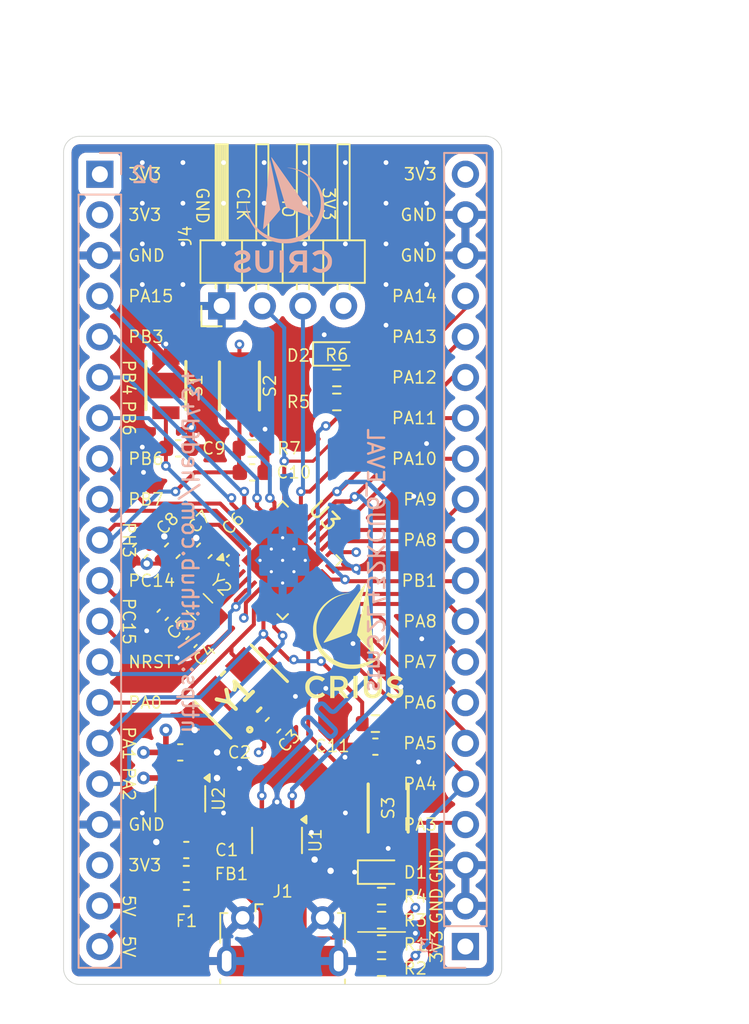
<source format=kicad_pcb>
(kicad_pcb (version 20240108) (generator "pcbnew") (generator_version "8.0")
  (layers (0 "F.Cu" signal) (1 "In1.Cu" power "GND") (2 "In2.Cu" power "3V3") (31 "B.Cu" signal) (34 "B.Paste" user) (35 "F.Paste" user) (36 "B.SilkS" user "B.Silkscreen") (37 "F.SilkS" user "F.Silkscreen") (38 "B.Mask" user) (39 "F.Mask" user) (44 "Edge.Cuts" user))
  (net 0 "")
  (net 1 "Net-(U2-VI)")
  (net 2 "Net-(F1-Pad2)")
  (net 3 "+5V_USB")
  (net 4 "/connectors_gpios_2_5_4/PH3(BOOT0)")
  (net 5 "GND")
  (net 6 "+3V3")
  (net 7 "/connectors_gpios_2_5_4/PA14")
  (net 8 "/connectors_gpios_2_5_4/PA13")
  (net 9 "/connectors_gpios_2_5_4/PA6")
  (net 10 "/connectors_gpios_2_5_4/PA10")
  (net 11 "/connectors_gpios_2_5_4/PA9")
  (net 12 "/connectors_gpios_2_5_4/PA15")
  (net 13 "/connectors_gpios_2_5_4/PA3")
  (net 14 "/connectors_gpios_2_5_4/PA0")
  (net 15 "/connectors_gpios_2_5_4/PA11")
  (net 16 "/connectors_gpios_2_5_4/PA4")
  (net 17 "/connectors_gpios_2_5_4/PA5")
  (net 18 "/connectors_gpios_2_5_4/PA2")
  (net 19 "/connectors_gpios_2_5_4/PA7")
  (net 20 "/connectors_gpios_2_5_4/PA12")
  (net 21 "/connectors_gpios_2_5_4/PA8")
  (net 22 "/connectors_gpios_2_5_4/PA1")
  (net 23 "/connectors_gpios_2_5_4/NRST")
  (net 24 "/connectors_gpios_2_5_4/PC14(OSC_IN)")
  (net 25 "/connectors_gpios_2_5_4/PB7")
  (net 26 "/connectors_gpios_2_5_4/PB4")
  (net 27 "/connectors_gpios_2_5_4/PB1")
  (net 28 "/connectors_gpios_2_5_4/PB6")
  (net 29 "/connectors_gpios_2_5_4/PB5")
  (net 30 "Net-(D1-A)")
  (net 31 "Net-(D2-A)")
  (net 32 "/power_usb/USB_M-")
  (net 33 "/power_usb/USB_M+")
  (net 34 "Net-(C11-Pad1)")
  (net 35 "/connectors_gpios_2_5_4/PC15(OSC_OUT)")
  (net 36 "/connectors_gpios_2_5_4/PB3")
  (net 37 "/connectors_gpios_2_5_4/PB0")
  (net 38 "Net-(J1-ID)")
  (net 39 "Net-(R3-Pad2)")
  (net 40 "Net-(R5-Pad2)")
  (footprint "Connector_USB:USB_Micro-B_Molex-105017-0001" (layer "F.Cu") (at 150 123.8)
    (property "Reference" "J1")
    (property "Value" "USB_B_Micro")
  )
  (footprint "custom_part_library_1:B3U1000PM_3D_MODEL" (layer "F.Cu") (at 147.3 89.1 90)
    (property "Reference" "S2")
    (property "Value" "B3U-1000PM" (hide yes))
  )
  (footprint "custom_part_library_1:B3U1000PM_3D_MODEL" (layer "F.Cu") (at 156.6 115.475 -90)
    (property "Reference" "S3")
    (property "Value" "B3U-1000PM" (hide yes))
  )
  (footprint "Capacitor_SMD:C_0603_1608Metric" (layer "F.Cu") (at 155.8 111.64 180)
    (property "Reference" "C11")
    (property "Value" "100nF")
  )
  (footprint "Capacitor_SMD:C_0603_1608Metric" (layer "F.Cu") (at 143.475 93)
    (property "Reference" "C9")
    (property "Value" "100nF")
  )
  (footprint "Capacitor_SMD:C_0603_1608Metric" (layer "F.Cu") (at 149.4 110.3 45)
    (property "Reference" "C3")
    (property "Value" "100nF")
  )
  (footprint "Resistor_SMD:R_0603_1608Metric" (layer "F.Cu") (at 148.1 93)
    (property "Reference" "R7")
    (property "Value" "10K")
  )
  (footprint "Capacitor_SMD:C_0603_1608Metric" (layer "F.Cu") (at 143.6 112)
    (property "Reference" "C2")
    (property "Value" "100nF")
  )
  (footprint "Capacitor_SMD:C_0603_1608Metric" (layer "F.Cu") (at 141.1 99.4 45)
    (property "Reference" "C8")
    (property "Value" "100nF")
  )
  (footprint "Resistor_SMD:R_0603_1608Metric" (layer "F.Cu") (at 156.1875 122.48125 180)
    (property "Reference" "R3")
    (property "Value" "0ohm")
  )
  (footprint "Inductor_SMD:L_0603_1608Metric" (layer "F.Cu") (at 143.975 119.6)
    (property "Reference" "FB1")
    (property "Value" "value")
  )
  (footprint "Package_DFN_QFN:QFN-32-1EP_5x5mm_P0.5mm_EP3.65x3.65mm_ThermalVias" (layer "F.Cu") (at 150 100 45)
    (property "Reference" "U3")
    (property "Value" "STM32L432KCUx")
  )
  (footprint "ASFL1_40MHZ_crystal:ASFL1" (layer "F.Cu") (at 147.4 108.2 45)
    (property "Reference" "Y1")
    (property "Value" "ASFL1-40.000MHZ-EC-T" (hide yes))
  )
  (footprint "Resistor_SMD:R_0603_1608Metric" (layer "F.Cu") (at 153.3875 90.1 180)
    (property "Reference" "R5")
    (property "Value" "0ohm")
  )
  (footprint "Resistor_SMD:R_0603_1608Metric" (layer "F.Cu") (at 156.1875 123.95)
    (property "Reference" "R1")
    (property "Value" "0ohm")
  )
  (footprint "Capacitor_SMD:C_0402_1005Metric" (layer "F.Cu") (at 144.3 105.1 -135)
    (property "Reference" "C4")
    (property "Value" "20pF")
  )
  (footprint "LED_SMD:LED_0603_1608Metric" (layer "F.Cu") (at 153.3875 87.1)
    (property "Reference" "D2")
    (property "Value" "LED")
  )
  (footprint "Capacitor_SMD:C_0402_1005Metric" (layer "F.Cu") (at 142.5 103.4 -135)
    (property "Reference" "C5")
    (property "Value" "20pF")
  )
  (footprint "Resistor_SMD:R_0603_1608Metric" (layer "F.Cu") (at 155.8 110.2)
    (property "Reference" "R8" (hide yes))
    (property "Value" "0ohm")
  )
  (footprint "Capacitor_SMD:C_0603_1608Metric" (layer "F.Cu") (at 143.975 118.1 180)
    (property "Reference" "C1")
    (property "Value" "100nF")
  )
  (footprint "Fuse:Fuse_0603_1608Metric" (layer "F.Cu") (at 143.9875 121.1 180)
    (property "Reference" "F1")
    (property "Value" "250mA")
  )
  (footprint "Resistor_SMD:R_0603_1608Metric" (layer "F.Cu") (at 156.1875 120.98125)
    (property "Reference" "R4")
    (property "Value" "1K")
  )
  (footprint "Connector_PinHeader_2.54mm:PinHeader_1x04_P2.54mm_Horizontal" (layer "F.Cu") (at 146.19 84.1 90)
    (property "Reference" "J4")
    (property "Value" "Conn_01x04_Pin")
  )
  (footprint "Resistor_SMD:R_0603_1608Metric" (layer "F.Cu") (at 153.3875 88.6)
    (property "Reference" "R6")
    (property "Value" "1K")
  )
  (footprint "Capacitor_SMD:C_0603_1608Metric" (layer "F.Cu") (at 143.1 99.4 45)
    (property "Reference" "C7")
    (property "Value" "1uF")
  )
  (footprint "custom_part_library_1:B3U1000PM_3D_MODEL" (layer "F.Cu") (at 142.7 89.075 90)
    (property "Reference" "S1")
    (property "Value" "B3U-1000PM" (hide yes))
  )
  (footprint "FC_135_CLOCK_KI_CAD:FC-135_32_7680KA-A3" (layer "F.Cu") (at 144.8 102.9 -45)
    (property "Reference" "Y2")
    (property "Value" "FC-135_32.7680KA-A3_12_5_pF" (hide yes))
  )
  (footprint "Capacitor_SMD:C_0603_1608Metric" (layer "F.Cu") (at 145.1 99.4 45)
    (property "Reference" "C6")
    (property "Value" "4.7uF")
  )
  (footprint "Package_TO_SOT_SMD:SOT-23-6" (layer "F.Cu") (at 149.65 117.5 -90)
    (property "Reference" "U1")
    (property "Value" "USBLC6-2SC6")
  )
  (footprint "demo:logo_1_4" (layer "F.Cu") (at 154.5 105)
    (property "Reference" "G***")
    (property "Value" "LOGO" (hide yes))
  )
  (footprint "Capacitor_SMD:C_0603_1608Metric" (layer "F.Cu") (at 148.1 94.5)
    (property "Reference" "C10")
    (property "Value" "100nF")
  )
  (footprint "Package_TO_SOT_SMD:SOT-23-3" (layer "F.Cu") (at 143.6 114.9 -90)
    (property "Reference" "U2")
    (property "Value" "XC6206PxxxMR")
  )
  (footprint "Resistor_SMD:R_0603_1608Metric" (layer "F.Cu") (at 156.1875 125.45)
    (property "Reference" "R2")
    (property "Value" "0ohm")
  )
  (footprint "LED_SMD:LED_0603_1608Metric" (layer "F.Cu") (at 156.1875 119.48125)
    (property "Reference" "D1")
    (property "Value" "LED")
  )
  (footprint "demo:logo_1_4" (layer "B.Cu") (at 150 78.41 180)
    (property "Reference" "G***")
    (property "Value" "LOGO" (hide yes))
  )
  (footprint "Connector_PinHeader_2.54mm:PinHeader_1x20_P2.54mm_Vertical" (layer "B.Cu") (at 138.57 75.87 180)
    (property "Reference" "J2")
    (property "Value" "Conn_01x20_Pin")
  )
  (footprint "Connector_PinHeader_2.54mm:PinHeader_1x20_P2.54mm_Vertical" (layer "B.Cu") (at 161.43 124.13)
    (property "Reference" "J3")
    (property "Value" "Conn_01x20_Pin")
  )
  (gr_line (start 154.7075 123.22) (end 157.6675 123.22) (stroke (width 0.1)) (layer "F.SilkS"))
  (gr_arc (start 136.3 74.5) (mid 136.592893 73.792893) (end 137.3 73.5) (stroke (width 0.05)) (layer "Edge.Cuts"))
  (gr_line (start 163.7 74.5) (end 163.7 125.5) (stroke (width 0.05)) (layer "Edge.Cuts"))
  (gr_arc (start 162.7 73.5) (mid 163.407107 73.792893) (end 163.7 74.5) (stroke (width 0.05)) (layer "Edge.Cuts"))
  (gr_arc (start 163.7 125.5) (mid 163.407107 126.207107) (end 162.7 126.5) (stroke (width 0.05)) (layer "Edge.Cuts"))
  (gr_arc (start 137.3 126.5) (mid 136.592893 126.207107) (end 136.3 125.5) (stroke (width 0.05)) (layer "Edge.Cuts"))
  (gr_line (start 162.7 126.5) (end 137.3 126.5) (stroke (width 0.05)) (layer "Edge.Cuts"))
  (gr_line (start 136.3 125.5) (end 136.3 74.5) (stroke (width 0.05)) (layer "Edge.Cuts"))
  (gr_line (start 137.3 73.5) (end 162.7 73.5) (stroke (width 0.05)) (layer "Edge.Cuts"))
  (gr_text "https://github.com/hedfd434" (at 144.2 99.5 -90) (layer "B.SilkS") (effects (font (size 1 1)) (justify mirror)))
  (gr_text "stm32L432KCU6_EVAL" (at 155.8 100 270) (layer "B.SilkS") (effects (font (size 1 1)) (justify mirror)))
  (gr_text "5V\n\n\n\n" (at 138.57 121.59 270) (layer "F.SilkS") (effects (font (size 0.75 0.75) (thickness 0.1))))
  (gr_text "   PA12   " (at 161.43 88.57 0) (layer "F.SilkS") (effects (font (size 0.75 0.75) (thickness 0.1)) (justify right)))
  (gr_text "   PA15\n" (at 138.57 83.49 0) (layer "F.SilkS") (effects (font (size 0.75 0.75) (thickness 0.1)) (justify left)))
  (gr_text "   GND   \n" (at 161.43 80.95 0) (layer "F.SilkS") (effects (font (size 0.75 0.75) (thickness 0.1)) (justify right)))
  (gr_text "PB4\n\n\n\n" (at 138.57 88.57 -90) (layer "F.SilkS") (effects (font (size 0.75 0.75) (thickness 0.1))))
  (gr_text "5V\n\n\n\n" (at 138.57 124.13 270) (layer "F.SilkS") (effects (font (size 0.75 0.75) (thickness 0.1))))
  (gr_text "\n\nDIO					" (at 151.5575 84.1 270) (layer "F.SilkS") (effects (font (size 0.75 0.75) (thickness 0.1))))
  (gr_text "PA2\n\n\n\n" (at 138.57 113.97 -90) (layer "F.SilkS") (effects (font (size 0.75 0.75) (thickness 0.1))))
  (gr_text "3V3\n\n\n\n" (at 161.43 124.13 90) (layer "F.SilkS") (effects (font (size 0.75 0.75) (thickness 0.1))))
  (gr_text "PH3\n\n\n\n" (at 138.57 98.73 -90) (layer "F.SilkS") (effects (font (size 0.75 0.75) (thickness 0.1))))
  (gr_text "   3V3" (at 138.57 78.41 0) (layer "F.SilkS") (effects (font (size 0.75 0.75) (thickness 0.1)) (justify left)))
  (gr_text "   PB1   \n" (at 161.43 101.27 0) (layer "F.SilkS") (effects (font (size 0.75 0.75) (thickness 0.1)) (justify right)))
  (gr_text "   3V3" (at 138.57 119.05 0) (layer "F.SilkS") (effects (font (size 0.75 0.75) (thickness 0.1)) (justify left)))
  (gr_text "   PA13   \n" (at 161.43 86.03 0) (layer "F.SilkS") (effects (font (size 0.75 0.75) (thickness 0.1)) (justify right)))
  (gr_text "   PA14   \n" (at 161.43 83.49 0) (layer "F.SilkS") (effects (font (size 0.75 0.75) (thickness 0.1)) (justify right)))
  (gr_text "\n\nCLK					" (at 148.73 84.1 270) (layer "F.SilkS") (effects (font (size 0.75 0.75) (thickness 0.1))))
  (gr_text "   PA7   \n" (at 161.43 106.35 0) (layer "F.SilkS") (effects (font (size 0.75 0.75) (thickness 0.1)) (justify right)))
  (gr_text "PA1\n\n\n\n" (at 138.57 111.43 -90) (layer "F.SilkS") (effects (font (size 0.75 0.75) (thickness 0.1))))
  (gr_text "   PA5   \n" (at 161.43 111.43 0) (layer "F.SilkS") (effects (font (size 0.75 0.75) (thickness 0.1)) (justify right)))
  (gr_text "\n\nGND					" (at 146.19 84.1 270) (layer "F.SilkS") (effects (font (size 0.75 0.75) (thickness 0.1))))
  (gr_text "   NRST\n" (at 138.57 106.35 0) (layer "F.SilkS") (effects (font (size 0.75 0.75) (thickness 0.1)) (justify left)))
  (gr_text "   GND   \n" (at 161.43 78.41 0) (layer "F.SilkS") (effects (font (size 0.75 0.75) (thickness 0.1)) (justify right)))
  (gr_text "   PA9   \n" (at 161.43 96.19 0) (layer "F.SilkS") (effects (font (size 0.75 0.75) (thickness 0.1)) (justify right)))
  (gr_text "GND\n\n\n\n" (at 161.43 119.05 90) (layer "F.SilkS") (effects (font (size 0.75 0.75) (thickness 0.1))))
  (gr_text "   PA10   \n" (at 161.43 93.65 0) (layer "F.SilkS") (effects (font (size 0.75 0.75) (thickness 0.1)) (justify right)))
  (gr_text "   PA8   \n" (at 161.43 98.73 0) (layer "F.SilkS") (effects (font (size 0.75 0.75) (thickness 0.1)) (justify right)))
  (gr_text "   PB6" (at 138.57 93.65 0) (layer "F.SilkS") (effects (font (size 0.75 0.75) (thickness 0.1)) (justify left)))
  (gr_text "   GND\n" (at 138.57 116.51 0) (layer "F.SilkS") (effects (font (size 0.75 0.75) (thickness 0.1)) (justify left)))
  (gr_text "PB6\n\n\n\n" (at 138.57 91.11 270) (layer "F.SilkS") (effects (font (size 0.75 0.75) (thickness 0.1))))
  (gr_text "   PC14\n" (at 138.57 101.27 0) (layer "F.SilkS") (effects (font (size 0.75 0.75) (thickness 0.1)) (justify left)))
  (gr_text "   PA4   \n" (at 161.43 113.97 0) (layer "F.SilkS") (effects (font (size 0.75 0.75) (thickness 0.1)) (justify right)))
  (gr_text "   PB7\n" (at 138.57 96.19 0) (layer "F.SilkS") (effects (font (size 0.75 0.75) (thickness 0.1)) (justify left)))
  (gr_text "   PA11   \n" (at 161.43 91.11 0) (layer "F.SilkS") (effects (font (size 0.75 0.75) (thickness 0.1)) (justify right)))
  (gr_text "   GND\n" (at 138.57 80.95 0) (layer "F.SilkS") (effects (font (size 0.75 0.75) (thickness 0.1)) (justify left)))
  (gr_text "   PA6   \n" (at 161.43 108.89 0) (layer "F.SilkS") (effects (font (size 0.75 0.75) (thickness 0.1)) (justify right)))
  (gr_text "   3V3" (at 138.57 75.87 0) (layer "F.SilkS") (effects (font (size 0.75 0.75) (thickness 0.1)) (justify left)))
  (gr_text "   3V3   " (at 161.43 75.87 0) (layer "F.SilkS") (effects (font (size 0.75 0.75) (thickness 0.1)) (justify right)))
  (gr_text "   PA0\n" (at 138.57 108.89 0) (layer "F.SilkS") (effects (font (size 0.75 0.75) (thickness 0.1)) (justify left)))
  (gr_text "   PB3" (at 138.57 86.03 0) (layer "F.SilkS") (effects (font (size 0.75 0.75) (thickness 0.1)) (justify left)))
  (gr_text "\n\n3V3					" (at 154.0875 84.1 270) (layer "F.SilkS") (effects (font (size 0.75 0.75) (thickness 0.1))))
  (gr_text "GND\n\n\n\n" (at 161.43 121.59 90) (layer "F.SilkS") (effects (font (size 0.75 0.75) (thickness 0.1))))
  (gr_text "   PA8   \n" (at 161.43 103.81 0) (layer "F.SilkS") (effects (font (size 0.75 0.75) (thickness 0.1)) (justify right)))
  (gr_text "PC15\n\n\n\n" (at 138.57 103.81 -90) (layer "F.SilkS") (effects (font (size 0.75 0.75) (thickness 0.1))))
  (gr_text "   PA3   \n" (at 161.43 116.51 0) (layer "F.SilkS") (effects (font (size 0.75 0.75) (thickness 0.1)) (justify right)))
  (segment (start 144.75 118.1) (end 143.6 116.95) (width 0.35) (layer "F.Cu") (net 1))
  (segment (start 144.7625 119.6) (end 144.7625 118.1125) (width 0.35) (layer "F.Cu") (net 1))
  (segment (start 143.6 116.95) (end 143.6 116.0375) (width 0.35) (layer "F.Cu") (net 1))
  (segment (start 143.2 121.1) (end 143.2 119.6125) (width 0.35) (layer "F.Cu") (net 2))
  (segment (start 148.128383 117.6) (end 149.3 117.6) (width 0.35) (layer "F.Cu") (net 3))
  (segment (start 147.1375 118.590883) (end 148.128383 117.6) (width 0.35) (layer "F.Cu") (net 3))
  (segment (start 146.3375 121.1) (end 144.775 121.1) (width 0.35) (layer "F.Cu") (net 3))
  (segment (start 142.75 122.75) (end 141.59 121.59) (width 0.35) (layer "F.Cu") (net 3))
  (segment (start 142.95 122.75) (end 142.75 122.75) (width 0.35) (layer "F.Cu") (net 3))
  (segment (start 148.7 122.3375) (end 148.7 121.8625) (width 0.35) (layer "F.Cu") (net 3))
  (segment (start 144.6 121.1) (end 144.775 121.1) (width 0.35) (layer "F.Cu") (net 3))
  (segment (start 138.57 124.13) (end 139.9 122.8) (width 0.35) (layer "F.Cu") (net 3))
  (segment (start 141.59 121.59) (end 138.57 121.59) (width 0.35) (layer "F.Cu") (net 3))
  (segment (start 139.9 122.8) (end 142.9 122.8) (width 0.35) (layer "F.Cu") (net 3))
  (segment (start 148.7 121.8625) (end 147.1375 120.3) (width 0.35) (layer "F.Cu") (net 3))
  (segment (start 149.65 117.95) (end 149.65 118.6375) (width 0.35) (layer "F.Cu") (net 3))
  (segment (start 147.1375 120.3) (end 146.3375 121.1) (width 0.35) (layer "F.Cu") (net 3))
  (segment (start 149.3 117.6) (end 149.65 117.95) (width 0.35) (layer "F.Cu") (net 3))
  (segment (start 147.1375 120.3) (end 147.1375 118.590883) (width 0.35) (layer "F.Cu") (net 3))
  (segment (start 142.9 122.8) (end 144.6 121.1) (width 0.35) (layer "F.Cu") (net 3))
  (segment (start 139.525 97.775) (end 138.57 98.73) (width 0.25) (layer "F.Cu") (net 4))
  (segment (start 147.25 94.45) (end 147.3 94.5) (width 0.25) (layer "F.Cu") (net 4))
  (segment (start 147.275 93) (end 147.275 94.45) (width 0.25) (layer "F.Cu") (net 4))
  (segment (start 147.3 90.800001) (end 147.3 92.975) (width 0.25) (layer "F.Cu") (net 4))
  (segment (start 147.366027 99.133794) (end 146.007233 97.775) (width 0.25) (layer "F.Cu") (net 4))
  (segment (start 143.3 95.7) (end 144.5 94.5) (width 0.25) (layer "F.Cu") (net 4))
  (segment (start 147.275 94.45) (end 147.325 94.5) (width 0.25) (layer "F.Cu") (net 4))
  (segment (start 146.007233 97.775) (end 139.525 97.775) (width 0.25) (layer "F.Cu") (net 4))
  (segment (start 147.3 92.975) (end 147.275 93) (width 0.25) (layer "F.Cu") (net 4))
  (segment (start 138.94 99.1) (end 138.57 98.73) (width 0.25) (layer "F.Cu") (net 4))
  (segment (start 144.5 94.5) (end 147.325 94.5) (width 0.25) (layer "F.Cu") (net 4))
  (segment (start 147.3 92.95) (end 147.25 93) (width 0.25) (layer "F.Cu") (net 4))
  (segment (start 147.225 94.45) (end 147.275 94.5) (width 0.25) (layer "F.Cu") (net 4))
  (via (at 143.3 95.7) (size 0.6) (drill 0.3) (layers "F.Cu" "B.Cu") (net 4))
  (segment (start 139.27 98.73) (end 138.57 98.73) (width 0.25) (layer "B.Cu") (net 4))
  (segment (start 142.3 95.7) (end 139.27 98.73) (width 0.25) (layer "B.Cu") (net 4))
  (segment (start 143.3 95.7) (end 142.3 95.7) (width 0.25) (layer "B.Cu") (net 4))
  (segment (start 148.875 93.05) (end 148.925 93) (width 0.25) (layer "F.Cu") (net 5))
  (segment (start 144.7125 113.6) (end 144.55 113.7625) (width 0.35) (layer "F.Cu") (net 5))
  (segment (start 151.3 121.6) (end 151.3 121.1) (width 0.35) (layer "F.Cu") (net 5))
  (segment (start 157.65 123.95) (end 158.3 123.3) (width 0.25) (layer "F.Cu") (net 5))
  (segment (start 143.296016 98.5) (end 143.648008 98.851992) (width 0.35) (layer "F.Cu") (net 5))
  (segment (start 142.6 98.5) (end 143.296016 98.5) (width 0.35) (layer "F.Cu") (net 5))
  (segment (start 151.8 117) (end 151.45 117.35) (width 0.25) (layer "F.Cu") (net 5))
  (segment (start 157.0125 123.95) (end 157.65 123.95) (width 0.25) (layer "F.Cu") (net 5))
  (segment (start 145.9 113.6) (end 144.7125 113.6) (width 0.35) (layer "F.Cu") (net 5))
  (segment (start 149.975001 117.35) (end 149.65 117.024999) (width 0.25) (layer "F.Cu") (net 5))
  (segment (start 144.375 112) (end 145.9 112) (width 0.35) (layer "F.Cu") (net 5))
  (segment (start 142.7 87.374999) (end 142.7 86.474999) (width 0.25) (layer "F.Cu") (net 5))
  (segment (start 144.5 111.875) (end 144.375 112) (width 0.35) (layer "F.Cu") (net 5))
  (segment (start 151.3 121.1) (end 153 119.4) (width 0.35) (layer "F.Cu") (net 5))
  (segment (start 144.5 110.6) (end 144.5 111.875) (width 0.35) (layer "F.Cu") (net 5))
  (segment (start 148.925 91.825) (end 148.925 93) (width 0.25) (layer "F.Cu") (net 5))
  (segment (start 148.9 91.8) (end 148.925 91.825) (width 0.25) (layer "F.Cu") (net 5))
  (segment (start 149.075843 108.079792) (end 149.948008 108.951957) (width 0.25) (layer "F.Cu") (net 5))
  (segment (start 143.4 106.1) (end 143.4 106) (width 0.2) (layer "F.Cu") (net 5))
  (segment (start 142.6 98.5) (end 142 98.5) (width 0.35) (layer "F.Cu") (net 5))
  (segment (start 142.1 117.6) (end 142.6 118.1) (width 0.35) (layer "F.Cu") (net 5))
  (segment (start 144.5 113.7125) (end 144.55 113.7625) (width 0.35) (layer "F.Cu") (net 5))
  (segment (start 152 119.5) (end 151.3 120.2) (width 0.35) (layer "F.Cu") (net 5))
  (segment (start 156.6 117.175) (end 156.6 118) (width 0.2) (layer "F.Cu") (net 5))
  (segment (start 142 98.5) (end 141.648008 98.851992) (width 0.35) (layer "F.Cu") (net 5))
  (segment (start 144.3 92.95) (end 144.25 93) (width 0.25) (layer "F.Cu") (net 5))
  (segment (start 146.377118 98.851992) (end 147.012474 99.487348) (width 0.25) (layer "F.Cu") (net 5))
  (segment (start 149.65 117.024999) (end 149.65 116.3625) (width 0.25) (layer "F.Cu") (net 5))
  (segment (start 144.6 98.6) (end 143.9 98.6) (width 0.35) (layer "F.Cu") (net 5))
  (segment (start 149.948008 108.951957) (end 149.948008 109.751992) (width 0.25) (layer "F.Cu") (net 5))
  (segment (start 146.925126 99.4) (end 147.012474 99.487348) (width 0.2) (layer "F.Cu") (net 5))
  (segment (start 145.396016 98.6) (end 145.648008 98.851992) (width 0.35) (layer "F.Cu") (net 5))
  (segment (start 155.025 111.64) (end 154.56 111.64) (width 0.25) (layer "F.Cu") (net 5))
  (segment (start 152 118.5) (end 152 118.7) (width 0.25) (layer "F.Cu") (net 5))
  (segment (start 142.6 118.1) (end 143.2 118.1) (width 0.35) (layer "F.Cu") (net 5))
  (segment (start 151.3 120.2) (end 151.3 121.6) (width 0.35) (layer "F.Cu") (net 5))
  (segment (start 152.6 87.1) (end 152.6 85.9) (width 0.25) (layer "F.Cu") (net 5))
  (segment (start 144.55 113.7625) (end 144.55 112.175) (width 0.35) (layer "F.Cu") (net 5))
  (segment (start 154.6 100.512652) (end 152.987526 100.512652) (width 0.25) (layer "F.Cu") (net 5))
  (segment (start 151.45 117.35) (end 149.975001 117.35) (width 0.25) (layer "F.Cu") (net 5))
  (segment (start 143.9 98.6) (end 143.648008 98.851992) (width 0.35) (layer "F.Cu") (net 5))
  (segment (start 148.875 94.5) (end 148.875 93.05) (width 0.25) (layer "F.Cu") (net 5))
  (segment (start 151.3 121.6) (end 151.3 122.3375) (width 0.35) (layer "F.Cu") (net 5))
  (segment (start 143.4 106) (end 143.960589 105.439411) (width 0.2) (layer "F.Cu") (net 5))
  (segment (start 149.65 115.1) (end 149.65 116.3625) (width 0.25) (layer "F.Cu") (net 5))
  (segment (start 145.648008 98.851992) (end 146.377118 98.851992) (width 0.25) (layer "F.Cu") (net 5))
  (segment (start 154.56 111.64) (end 153.9 112.3) (width 0.25) (layer "F.Cu") (net 5))
  (segment (start 152 118.7) (end 152 119.5) (width 0.35) (layer "F.Cu") (net 5))
  (segment (start 157.2125 123.75) (end 157.0125 123.95) (width 0.2) (layer "F.Cu") (net 5))
  (segment (start 149.65 116.3625) (end 149.65 116.750908) (width 0.25) (layer "F.Cu") (net 5))
  (segment (start 144.3 91.7) (end 144.3 92.95) (width 0.25) (layer "F.Cu") (net 5))
  (segment (start 149.948008 109.751992) (end 149.948008 109.351992) (width 0.2) (layer "F.Cu") (net 5))
  (segment (start 141.5 104.4) (end 142.160589 103.739411) (width 0.2) (layer "F.Cu") (net 5))
  (segment (start 144.6 98.6) (end 145.396016 98.6) (width 0.35) (layer "F.Cu") (net 5))
  (segment (start 144.55 112.175) (end 144.375 112) (width 0.35) (layer "F.Cu") (net 5))
  (segment (start 149.948008 109.351992) (end 150.8 108.5) (width 0.25) (layer "F.Cu") (net 5))
  (via (at 153 119.4) (size 0.8) (drill 0.4) (layers "F.Cu" "B.Cu") (net 5))
  (via (at 149.65 115.1) (size 0.6) (drill 0.3) (layers "F.Cu" "B.Cu") (net 5))
  (via (at 146.304563 75.14175) (size 0.6) (drill 0.3) (layers "F.Cu" "B.Cu") (net 5))
  (via (at 150.8 108.5) (size 0.6) (drill 0.3) (layers "F.Cu" "B.Cu") (net 5))
  (via (at 159.004563 80.22175) (size 0.6) (drill 0.3) (layers "F.Cu" "B.Cu") (net 5))
  (via (at 148.844563 80.22175) (size 0.6) (drill 0.3) (layers "F.Cu" "B.Cu") (net 5))
  (via (at 153.9 112.3) (size 0.6) (drill 0.3) (layers "F.Cu" "B.Cu") (net 5))
  (via (at 156.464563 75.14175) (size 0.6) (drill 0.3) (layers "F.Cu" "B.Cu") (net 5))
  (via (at 145.9 112) (size 0.8) (drill 0.4) (layers "F.Cu" "B.Cu") (net 5))
  (via (at 146.304563 115.78175) (size 0.6) (drill 0.3) (layers "F.Cu" "B.Cu") (net 5))
  (via (at 141.224563 75.14175) (size 0.6) (drill 0.3) (layers "F.Cu" "B.Cu") (net 5))
  (via (at 156.6 118) (size 0.6) (drill 0.3) (layers "F.Cu" "B.Cu") (net 5))
  (via (at 143.764563 75.14175) (size 0.6) (drill 0.3) (layers "F.Cu" "B.Cu") (net 5))
  (via (at 153.924563 75.14175) (size 0.6) (drill 0.3) (layers "F.Cu" "B.Cu") (net 5))
  (via (at 141.224563 80.22175) (size 0.6) (drill 0.3) (layers "F.Cu" "B.Cu") (net 5))
  (via (at 151.384563 75.14175) (size 0.6) (drill 0.3) (layers "F.Cu" "B.Cu") (net 5))
  (via (at 154.5 119.48125) (size 0.6) (drill 0.3) (layers "F.Cu" "B.Cu") (net 5))
  (via (at 148.844563 77.68175) (size 0.6) (drill 0.3) (layers "F.Cu" "B.Cu") (net 5))
  (via (at 143.764563 77.68175) (size 0.6) (drill 0.3) (layers "F.Cu" "B.Cu") (net 5))
  (via (at 156.464563 77.68175) (size 0.6) (drill 0.3) (layers "F.Cu" "B.Cu") (net 5))
  (via (at 143.4 106.1) (size 0.6) (drill 0.3) (layers "F.Cu" "B.Cu") (net 5))
  (via (at 159.004563 75.14175) (size 0.6) (drill 0.3) (layers "F.Cu" "B.Cu") (net 5))
  (via (at 156.464563 82.76175) (size 0.6) (drill 0.3) (layers "F.Cu" "B.Cu") (net 5))
  (via (at 159.004563 77.68175) (size 0.6) (drill 0.3) (layers "F.Cu" "B.Cu") (net 5))
  (via (at 144.6 98.6) (size 0.8) (drill 0.4) (layers "F.Cu" "B.Cu") (net 5))
  (via (at 152 118.7) (size 0.8) (drill 0.4) (layers "F.Cu" "B.Cu") (net 5))
  (via (at 146.304563 80.22175) (size 0.6) (drill 0.3) (layers "F.Cu" "B.Cu") (net 5))
  (via (at 141.224563 115.78175) (size 0.6) (drill 0.3) (layers "F.Cu" "B.Cu") (net 5))
  (via (at 154.4 105.2) (size 0.6) (drill 0.3) (layers "F.Cu" "B.Cu") (net 5))
  (via (at 144.3 91.7) (size 0.6) (drill 0.3) (layers "F.Cu" "B.Cu") (net 5))
  (via (at 158.5 112.6) (size 0.6) (drill 0.3) (layers "F.Cu" "B.Cu") (net 5))
  (via (at 158.7 104.9) (size 0.6) (drill 0.3) (layers "F.Cu" "B.Cu") (net 5))
  (via (at 141.224563 77.68175) (size 0.6) (drill 0.3) (layers "F.Cu" "B.Cu") (net 5))
  (via (at 143.764563 80.22175) (size 0.6) (drill 0.3) (layers "F.Cu" "B.Cu") (net 5))
  (via (at 142.7 86.474999) (size 0.6) (drill 0.3) (layers "F.Cu" "B.Cu") (net 5))
  (via (at 154.6 100.512652) (size 0.6) (drill 0.3) (layers "F.Cu" "B.Cu") (net 5))
  (via (at 153.924563 80.22175) (size 0.6) (drill 0.3) (layers "F.Cu" "B.Cu") (net 5))
  (via (at 143.764563 82.76175) (size 0.6) (drill 0.3) (layers "F.Cu" "B.Cu") (net 5))
  (via (at 144.5 110.6) (size 0.8) (drill 0.4) (layers "F.Cu" "B.Cu") (net 5))
  (via (at 148.844563 75.14175) (size 0.6) (drill 0.3) (layers "F.Cu" "B.Cu") (net 5))
  (via (at 146.304563 77.68175) (size 0.6) (drill 0.3) (layers "F.Cu" "B.Cu") (net 5))
  (via (at 157.4 107.9) (size 0.6) (drill 0.3) (layers "F.Cu" "B.Cu") (net 5))
  (via (at 159.004563 82.76175) (size 0.6) (drill 0.3) (layers "F.Cu" "B.Cu") (net 5))
  (via (at 141.224563 92.92175) (size 0.6) (drill 0.3) (layers "F.Cu" "B.Cu") (net 5))
  (via (at 151.384563 77.68175) (size 0.6) (drill 0.3) (layers "F.Cu" "B.Cu") (net 5))
  (via (at 156.464563 80.22175) (size 0.6) (drill 0.3) (layers "F.Cu" "B.Cu") (net 5))
  (via (at 158.2 96) (size 0.6) (drill 0.3) (layers "F.Cu" "B.Cu") (net 5))
  (via (at 151.384563 80.22175) (size 0.6) (drill 0.3) (layers "F.Cu" "B.Cu") (net 5))
  (via (at 151.8 117) (size 0.6) (drill 0.3) (layers "F.Cu" "B.Cu") (net 5))
  (via (at 152.6 85.9) (size 0.6) (drill 0.3) (layers "F.Cu" "B.Cu") (net 5))
  (via (at 152.7 108) (size 0.6) (drill 0.3) (layers "F.Cu" "B.Cu") (net 5))
  (via (at 142.1 117.6) (size 0.8) (drill 0.4) (layers "F.Cu" "B.Cu") (net 5))
  (via (at 141.224563 82.76175) (size 0.6) (drill 0.3) (layers "F.Cu" "B.Cu") (net 5))
  (via (at 159 92.7) (size 0.6) (drill 0.3) (layers "F.Cu" "B.Cu") (net 5))
  (via (at 153.924563 115.78175) (size 0.6) (drill 0.3) (layers "F.Cu" "B.Cu") (net 5))
  (via (at 147.3 113) (size 0.6) (drill 0.3) (layers "F.Cu" "B.Cu") (net 5))
  (via (at 158.3 123.3) (size 0.6) (drill 0.3) (layers "F.Cu" "B.Cu") (net 5))
  (via (at 153.924563 77.68175) (size 0.6) (drill 0.3) (layers "F.Cu" "B.Cu") (net 5))
  (via (at 156.464563 85.30175) (size 0.6) (drill 0.3) (layers "F.Cu" "B.Cu") (net 5))
  (via (at 145.9 113.6) (size 0.8) (drill 0.4) (layers "F.Cu" "B.Cu") (net 5))
  (via (at 142.6 98.5) (size 0.8) (drill 0.4) (layers "F.Cu" "B.Cu") (net 5))
  (via (at 141.5 104.4) (size 0.6) (drill 0.3) (layers "F.Cu" "B.Cu") (net 5))
  (via (at 141.3 94.5) (size 0.6) (drill 0.3) (layers "F.Cu" "B.Cu") (net 5))
  (via (at 148.9 91.8) (size 0.6) (drill 0.3) (layers "F.Cu" "B.Cu") (net 5))
  (segment (start 147.7 103.475) (end 147.7 102.653553) (width 0.25) (layer "F.Cu") (net 6))
  (segment (start 144.551992 99.948008) (end 142.551992 99.948008) (width 0.25) (layer "F.Cu") (net 6))
  (segment (start 157.51875 122.48125) (end 157.0125 122.48125) (width 0.25) (layer "F.Cu") (net 6))
  (segment (start 142.4875 113.6) (end 142.65 113.7625) (width 0.35) (layer "F.Cu") (net 6))
  (segment (start 141.5 100.2) (end 140.803984 100.2) (width 0.25) (layer "F.Cu") (net 6))
  (segment (start 147.3 87.399999) (end 147.3 86.5) (width 0.25) (layer "F.Cu") (net 6))
  (segment (start 141.3 113.6) (end 142.4875 113.6) (width 0.35) (layer "F.Cu") (net 6))
  (segment (start 158.3 121.7) (end 157.51875 122.48125) (width 0.25) (layer "F.Cu") (net 6))
  (segment (start 142.825 112) (end 141.3 112) (width 0.35) (layer "F.Cu") (net 6))
  (segment (start 154.6 99.487348) (end 152.987526 99.487348) (width 0.25) (layer "F.Cu") (net 6))
  (segment (start 147.879827 109.875843) (end 148.851992 110.848008) (width 0.25) (layer "F.Cu") (net 6))
  (segment (start 144.551992 99.948008) (end 146.44783 99.948008) (width 0.25) (layer "F.Cu") (net 6))
  (segment (start 147.279792 109.875843) (end 147.879827 109.875843) (width 0.2) (layer "F.Cu") (net 6))
  (segment (start 142.3 100.2) (end 142.551992 99.948008) (width 0.25) (layer "F.Cu") (net 6))
  (segment (start 147.575 103.6) (end 147.7 103.475) (width 0.25) (layer "F.Cu") (net 6))
  (segment (start 142.65 113.7625) (end 142.65 112.175) (width 0.35) (layer "F.Cu") (net 6))
  (segment (start 141.5 100.2) (end 142.3 100.2) (width 0.25) (layer "F.Cu") (net 6))
  (segment (start 140.803984 100.2) (end 140.551992 99.948008) (width 0.25) (layer "F.Cu") (net 6))
  (segment (start 148.851992 110.848008) (end 148.851992 111.648008) (width 0.25) (layer "F.Cu") (net 6))
  (segment (start 142.7 111.875) (end 142.825 112) (width 0.35) (layer "F.Cu") (net 6))
  (segment (start 142.65 112.175) (end 142.825 112) (width 0.35) (layer "F.Cu") (net 6))
  (segment (start 142.7 113.7125) (end 142.65 113.7625) (width 0.35) (layer "F.Cu") (net 6))
  (segment (start 142.7 110.6) (end 142.7 111.875) (width 0.35) (layer "F.Cu") (net 6))
  (segment (start 146.44783 99.948008) (end 147.012474 100.512652) (width 0.25) (layer "F.Cu") (net 6))
  (segment (start 145.724157 108.320208) (end 147.279792 109.875843) (width 0.25) (layer "F.Cu") (net 6))
  (segment (start 147.7 102.653553) (end 148.426687 101.926866) (width 0.25) (layer "F.Cu") (net 6))
  (segment (start 148.851992 111.648008) (end 148.5 112) (width 0.25) (layer "F.Cu") (net 6))
  (via (at 141.3 112) (size 0.8) (drill 0.4) (layers "F.Cu" "B.Cu") (net 6))
  (via (at 141.5 100.2) (size 0.8) (drill 0.4) (layers "F.Cu" "B.Cu") (net 6))
  (via (at 148.5 112) (size 0.6) (drill 0.3) (layers "F.Cu" "B.Cu") (net 6))
  (via (at 142.7 110.6) (size 0.8) (drill 0.4) (layers "F.Cu" "B.Cu") (net 6))
  (via (at 147.575 103.6) (size 0.6) (drill 0.3) (layers "F.Cu" "B.Cu") (net 6))
  (via (at 154.6 99.487348) (size 0.6) (drill 0.3) (layers "F.Cu" "B.Cu") (net 6))
  (via (at 141.3 113.6) (size 0.8) (drill 0.4) (layers "F.Cu" "B.Cu") (net 6))
  (via (at 158.3 121.7) (size 0.6) (drill 0.3) (layers "F.Cu" "B.Cu") (net 6))
  (via (at 147.3 86.5) (size 0.6) (drill 0.3) (layers "F.Cu" "B.Cu") (net 6))
  (segment (start 152.6 93.1) (end 151.9 93.8) (width 0.2) (layer "F.Cu") (net 7))
  (segment (start 150.1 93.8) (end 150.1 96.599822) (width 0.25) (layer "F.Cu") (net 7))
  (segment (start 151.9 93.8) (end 150.1 93.8) (width 0.2) (layer "F.Cu") (net 7))
  (segment (start 150.1 96.599822) (end 150.512652 97.012474) (width 0.25) (layer "F.Cu") (net 7))
  (segment (start 161.43 84.27) (end 161.43 83.49) (width 0.2) (layer "F.Cu") (net 7))
  (segment (start 152.6 93.1) (end 161.43 84.27) (width 0.2) (layer "F.Cu") (net 7))
  (via (at 150.1 93.8) (size 0.6) (drill 0.3) (layers "F.Cu" "B.Cu") (net 7))
  (segment (start 150.1 85.47) (end 148.73 84.1) (width 0.25) (layer "B.Cu") (net 7))
  (segment (start 150.1 93.8) (end 150.1 85.47) (width 0.25) (layer "B.Cu") (net 7))
  (segment (start 160.89 82.95) (end 161.43 83.49) (width 0.2) (layer "B.Cu") (net 7))
  (segment (start 150.866206 97.366027) (end 151.141542 97.090691) (width 0.25) (layer "F.Cu") (net 8))
  (segment (start 151.7 95.7) (end 161.37 86.03) (width 0.25) (layer "F.Cu") (net 8))
  (segment (start 151.141542 84.572582) (end 150.96948 84.40052) (width 0.2) (layer "F.Cu") (net 8))
  (segment (start 151.6 84.43) (end 151.27 84.1) (width 0.25) (layer "F.Cu") (net 8))
  (segment (start 151.141542 84.228458) (end 151.27 84.1) (width 0.2) (layer "F.Cu") (net 8))
  (segment (start 151.141542 95.7) (end 151.7 95.7) (width 0.25) (layer "F.Cu") (net 8))
  (segment (start 151.141542 97.090691) (end 151.141542 95.7) (width 0.25) (layer "F.Cu") (net 8))
  (segment (start 161.37 86.03) (end 161.43 86.03) (width 0.2) (layer "F.Cu") (net 8))
  (via (at 151.141542 95.7) (size 0.6) (drill 0.3) (layers "F.Cu" "B.Cu") (net 8))
  (segment (start 151.27 84.1) (end 151.27 95.571542) (width 0.25) (layer "B.Cu") (net 8))
  (segment (start 151.27 95.571542) (end 151.141542 95.7) (width 0.2) (layer "B.Cu") (net 8))
  (segment (start 156.04 103.5) (end 161.43 108.89) (width 0.25) (layer "F.Cu") (net 9))
  (segment (start 153.6 103.5) (end 153.146447 103.5) (width 0.25) (layer "F.Cu") (net 9))
  (segment (start 153.6 103.5) (end 156.04 103.5) (width 0.25) (layer "F.Cu") (net 9))
  (segment (start 153.146447 103.5) (end 151.573313 101.926866) (width 0.25) (layer "F.Cu") (net 9))
  (segment (start 152.903553 97.45) (end 154.166116 97.45) (width 0.25) (layer "F.Cu") (net 10))
  (segment (start 151.926866 98.426687) (end 152.903553 97.45) (width 0.25) (layer "F.Cu") (net 10))
  (segment (start 157.966116 93.65) (end 161.43 93.65) (width 0.25) (layer "F.Cu") (net 10))
  (segment (start 154.166116 97.45) (end 157.966116 93.65) (width 0.25) (layer "F.Cu") (net 10))
  (segment (start 159.52 98.1) (end 152.96066 98.1) (width 0.25) (layer "F.Cu") (net 11))
  (segment (start 161.43 96.19) (end 159.52 98.1) (width 0.25) (layer "F.Cu") (net 11))
  (segment (start 152.96066 98.1) (end 152.280419 98.780241) (width 0.25) (layer "F.Cu") (net 11))
  (segment (start 149.487348 96.387348) (end 149.2 96.1) (width 0.25) (layer "F.Cu") (net 12))
  (segment (start 149.487348 97.012474) (end 149.487348 96.387348) (width 0.25) (layer "F.Cu") (net 12))
  (segment (start 149.487348 97.012474) (end 149.4 96.925126) (width 0.25) (layer "F.Cu") (net 12))
  (via (at 149.2 96.1) (size 0.6) (drill 0.3) (layers "F.Cu" "B.Cu") (net 12))
  (segment (start 149.2 96.1) (end 149.2 94.12) (width 0.25) (layer "B.Cu") (net 12))
  (segment (start 149.2 94.12) (end 138.57 83.49) (width 0.25) (layer "B.Cu") (net 12))
  (segment (start 157.116116 116.4) (end 151.6 110.883884) (width 0.25) (layer "F.Cu") (net 13))
  (segment (start 161.32 116.4) (end 157.116116 116.4) (width 0.25) (layer "F.Cu") (net 13))
  (segment (start 151.6 110.883884) (end 151.6 104.616116) (width 0.25) (layer "F.Cu") (net 13))
  (segment (start 161.43 116.51) (end 161.32 116.4) (width 0.25) (layer "F.Cu") (net 13))
  (segment (start 150.512652 103.528768) (end 150.512652 102.987526) (width 0.25) (layer "F.Cu") (net 13))
  (segment (start 151.6 104.616116) (end 150.512652 103.528768) (width 0.25) (layer "F.Cu") (net 13))
  (segment (start 148.2 104.008884) (end 147.004442 105.204442) (width 0.25) (layer "F.Cu") (net 14))
  (segment (start 146.8 105.408884) (end 146.8 105.803949) (width 0.25) (layer "F.Cu") (net 14))
  (segment (start 143.318884 108.89) (end 138.57 108.89) (width 0.25) (layer "F.Cu") (net 14))
  (segment (start 148.2 102.86066) (end 148.2 104.008884) (width 0.25) (layer "F.Cu") (net 14))
  (segment (start 147.004442 105.204442) (end 146.8 105.408884) (width 0.25) (layer "F.Cu") (net 14))
  (segment (start 148.780241 102.280419) (end 148.2 102.86066) (width 0.25) (layer "F.Cu") (net 14))
  (segment (start 146.8 105.803949) (end 147.520208 106.524157) (width 0.25) (layer "F.Cu") (net 14))
  (segment (start 147.004442 105.204442) (end 143.318884 108.89) (width 0.25) (layer "F.Cu") (net 14))
  (segment (start 159.39 91.11) (end 161.43 91.11) (width 0.25) (layer "F.Cu") (net 15))
  (segment (start 154.5 96.025) (end 154.5 96) (width 0.25) (layer "F.Cu") (net 15))
  (segment (start 154.2 96.325) (end 153.321447 96.325) (width 0.28) (layer "F.Cu") (net 15))
  (segment (start 154.5 96.025) (end 154.2 96.325) (width 0.28) (layer "F.Cu") (net 15))
  (segment (start 153.321447 96.325) (end 151.573313 98.073134) (width 0.28) (layer "F.Cu") (net 15))
  (segment (start 148.7 114.7) (end 148.700001 114.700001) (width 0.25) (layer "F.Cu") (net 15))
  (segment (start 154.5 96) (end 159.39 91.11) (width 0.25) (layer "F.Cu") (net 15))
  (segment (start 148.700001 116.3625) (end 148.700001 114.700001) (width 0.28) (layer "F.Cu") (net 15))
  (via (at 154.5 96.025) (size 0.6) (drill 0.3) (layers "F.Cu" "B.Cu") (net 15))
  (via (at 148.700001 114.700001) (size 0.6) (drill 0.3) (layers "F.Cu" "B.Cu") (net 15))
  (segment (start 153.396759 109.303242) (end 153.744598 108.955402) (width 0.28) (layer "B.Cu") (net 15))
  (segment (start 152.180535 109.105252) (end 152.265387 109.020401) (width 0.28) (layer "B.Cu") (net 15))
  (segment (start 154.85 96) (end 154.525 96) (width 0.28) (layer "B.Cu") (net 15))
  (segment (start 153.311907 109.388096) (end 153.396759 109.303242) (width 0.28) (layer "B.Cu") (net 15))
  (segment (start 155.5 107.2) (end 155.5 96.65) (width 0.28) (layer "B.Cu") (net 15))
  (segment (start 152.123967 110.236626) (end 152.293673 110.406332) (width 0.28) (layer "B.Cu") (net 15))
  (segment (start 151.332005 109.953783) (end 151.416859 109.86893) (width 0.28) (layer "B.Cu") (net 15))
  (segment (start 152.604799 109.020401) (end 152.972495 109.388097) (width 0.28) (layer "B.Cu") (net 15))
  (segment (start 153.170483 110.94373) (end 153.255335 110.858877) (width 0.28) (layer "B.Cu") (net 15))
  (segment (start 154.5 96.025) (end 154.525 96) (width 0.25) (layer "B.Cu") (net 15))
  (segment (start 153.255335 110.519465) (end 152.717933 109.982063) (width 0.28) (layer "B.Cu") (net 15))
  (segment (start 148.700001 113.999999) (end 151.6997 111.0003) (width 0.28) (layer "B.Cu") (net 15))
  (segment (start 152.293673 110.406332) (end 152.293671 110.406329) (width 0.28) (layer "B.Cu") (net 15))
  (segment (start 152.54823 109.81236) (end 152.180534 109.444664) (width 0.28) (layer "B.Cu") (net 15))
  (segment (start 151.756271 109.86893) (end 152.123967 110.236626) (width 0.28) (layer "B.Cu") (net 15))
  (segment (start 155.5 96.65) (end 154.85 96) (width 0.28) (layer "B.Cu") (net 15))
  (segment (start 152.717933 109.982063) (end 152.717935 109.982065) (width 0.28) (layer "B.Cu") (net 15))
  (segment (start 148.700001 114.700001) (end 148.700001 113.999999) (width 0.28) (layer "B.Cu") (net 15))
  (segment (start 152.717935 109.982065) (end 152.54823 109.81236) (width 0.28) (layer "B.Cu") (net 15))
  (segment (start 153.744598 108.955402) (end 155.5 107.2) (width 0.28) (layer "B.Cu") (net 15))
  (segment (start 152.293671 110.406329) (end 152.831072 110.94373) (width 0.28) (layer "B.Cu") (net 15))
  (segment (start 151.699701 110.660888) (end 151.332006 110.293193) (width 0.28) (layer "B.Cu") (net 15))
  (arc (start 151.416859 109.86893) (mid 151.586564 109.798636) (end 151.756271 109.86893) (width 0.28) (layer "B.Cu") (net 15))
  (arc (start 152.972495 109.388097) (mid 153.1422 109.458392) (end 153.311907 109.388096) (width 0.28) (layer "B.Cu") (net 15))
  (arc (start 151.332006 110.293193) (mid 151.261712 110.123487) (end 151.332005 109.953783) (width 0.28) (layer "B.Cu") (net 15))
  (arc (start 151.6997 111.0003) (mid 151.769995 110.830594) (end 151.699701 110.660888) (width 0.28) (layer "B.Cu") (net 15))
  (arc (start 153.255335 110.858877) (mid 153.32563 110.689171) (end 153.255335 110.519465) (width 0.28) (layer "B.Cu") (net 15))
  (arc (start 152.265387 109.020401) (mid 152.435094 108.950105) (end 152.604799 109.020401) (width 0.28) (layer "B.Cu") (net 15))
  (arc (start 152.831072 110.94373) (mid 153.000778 111.014024) (end 153.170483 110.94373) (width 0.28) (layer "B.Cu") (net 15))
  (arc (start 152.180534 109.444664) (mid 152.11024 109.274958) (end 152.180535 109.105252) (width 0.28) (layer "B.Cu") (net 15))
  (segment (start 157.0125 125.45) (end 156.8625 125.45) (width 0.2) (layer "F.Cu") (net 16))
  (segment (start 151.166542 103.150426) (end 151.166542 102.934309) (width 0.25) (layer "F.Cu") (net 16))
  (segment (start 157.55 125.45) (end 158.3 124.7) (width 0.25) (layer "F.Cu") (net 16))
  (segment (start 151.166542 102.934309) (end 150.866206 102.633973) (width 0.25) (layer "F.Cu") (net 16))
  (segment (start 157.0125 125.45) (end 157.55 125.45) (width 0.25) (layer "F.Cu") (net 16))
  (segment (start 151.758058 103.741942) (end 151.166542 103.150426) (width 0.25) (layer "F.Cu") (net 16))
  (segment (start 161.43 113.413884) (end 161.43 113.97) (width 0.25) (layer "F.Cu") (net 16))
  (segment (start 151.758058 103.741942) (end 161.43 113.413884) (width 0.25) (layer "F.Cu") (net 16))
  (via (at 158.3 124.7) (size 0.6) (drill 0.3) (layers "F.Cu" "B.Cu") (net 16))
  (segment (start 159.1 123.9) (end 159.1 116.3) (width 0.25) (layer "B.Cu") (net 16))
  (segment (start 159.1 116.3) (end 161.43 113.97) (width 0.25) (layer "B.Cu") (net 16))
  (segment (start 158.3 124.7) (end 159.1 123.9) (width 0.25) (layer "B.Cu") (net 16))
  (segment (start 151.219759 102.280419) (end 153.13934 104.2) (width 0.25) (layer "F.Cu") (net 17))
  (segment (start 153.13934 104.2) (end 154.9 104.2) (width 0.25) (layer "F.Cu") (net 17))
  (segment (start 154.9 104.2) (end 161.43 110.73) (width 0.25) (layer "F.Cu") (net 17))
  (segment (start 161.43 110.73) (end 161.43 111.43) (width 0.25) (layer "F.Cu") (net 17))
  (segment (start 161.06 111.8) (end 161.43 111.43) (width 0.25) (layer "B.Cu") (net 17))
  (segment (start 149.475 102.999874) (end 149.487348 102.987526) (width 0.25) (layer "F.Cu") (net 18))
  (segment (start 150 104.7) (end 149.475 104.175) (width 0.25) (layer "F.Cu") (net 18))
  (segment (start 149.475 104.175) (end 149.475 102.999874) (width 0.25) (layer "F.Cu") (net 18))
  (via (at 150 104.7) (size 0.6) (drill 0.3) (layers "F.Cu" "B.Cu") (net 18))
  (segment (start 150 104.7) (end 150 105.2) (width 0.25) (layer "B.Cu") (net 18))
  (segment (start 140.4 111.7) (end 140.4 113.6) (width 0.25) (layer "B.Cu") (net 18))
  (segment (start 150 105.2) (end 145.5 109.7) (width 0.25) (layer "B.Cu") (net 18))
  (segment (start 140.03 113.97) (end 138.57 113.97) (width 0.25) (layer "B.Cu") (net 18))
  (segment (start 145.5 109.7) (end 142.4 109.7) (width 0.25) (layer "B.Cu") (net 18))
  (segment (start 142.4 109.7) (end 140.4 111.7) (width 0.25) (layer "B.Cu") (net 18))
  (segment (start 138.57 113.53) (end 138.57 113.97) (width 0.2) (layer "B.Cu") (net 18))
  (segment (start 140.4 113.6) (end 140.03 113.97) (width 0.25) (layer "B.Cu") (net 18))
  (segment (start 153.078553 102.725) (end 157.805 102.725) (width 0.25) (layer "F.Cu") (net 19))
  (segment (start 151.926866 101.573313) (end 153.078553 102.725) (width 0.25) (layer "F.Cu") (net 19))
  (segment (start 157.805 102.725) (end 161.43 106.35) (width 0.25) (layer "F.Cu") (net 19))
  (segment (start 161.38 106.4) (end 161.43 106.35) (width 0.25) (layer "B.Cu") (net 19))
  (segment (start 153.4 95.7) (end 153.23934 95.7) (width 0.25) (layer "F.Cu") (net 20))
  (segment (start 153.23934 95.7) (end 151.219759 97.719581) (width 0.25) (layer "F.Cu") (net 20))
  (segment (start 153.4 95.7) (end 153.5 95.7) (width 0.2) (layer "F.Cu") (net 20))
  (segment (start 153.5 95.7) (end 160.63 88.57) (width 0.25) (layer "F.Cu") (net 20))
  (segment (start 150.599999 116.3625) (end 150.599999 114.700001) (width 0.28) (layer "F.Cu") (net 20))
  (segment (start 160.63 88.57) (end 161.43 88.57) (width 0.2) (layer "F.Cu") (net 20))
  (segment (start 151.255114 97.754936) (end 151.219759 97.719581) (width 0.25) (layer "F.Cu") (net 20))
  (segment (start 150.599999 114.700001) (end 150.6 114.7) (width 0.25) (layer "F.Cu") (net 20))
  (via (at 153.4 95.7) (size 0.6) (drill 0.3) (layers "F.Cu" "B.Cu") (net 20))
  (via (at 150.6 114.7) (size 0.6) (drill 0.3) (layers "F.Cu" "B.Cu") (net 20))
  (segment (start 154 95.1) (end 155.3 95.1) (width 0.28) (layer "B.Cu") (net 20))
  (segment (start 153.4 95.7) (end 154 95.1) (width 0.28) (layer "B.Cu") (net 20))
  (segment (start 156.6 96.4) (end 156.6 108.3) (width 0.28) (layer "B.Cu") (net 20))
  (segment (start 155.3 95.1) (end 156.6 96.4) (width 0.28) (layer "B.Cu") (net 20))
  (segment (start 156.6 108.3) (end 150.6 114.3) (width 0.28) (layer "B.Cu") (net 20))
  (segment (start 150.6 114.3) (end 150.6 114.7) (width 0.28) (layer "B.Cu") (net 20))
  (segment (start 152.633973 99.133794) (end 152.967767 98.8) (width 0.25) (layer "F.Cu") (net 21))
  (segment (start 152.967767 98.8) (end 161.36 98.8) (width 0.25) (layer "F.Cu") (net 21))
  (segment (start 161.36 98.8) (end 161.43 98.73) (width 0.25) (layer "F.Cu") (net 21))
  (segment (start 148.8 102.967767) (end 148.8 104.6) (width 0.25) (layer "F.Cu") (net 22))
  (segment (start 150.7 106.2) (end 150.4 106.2) (width 0.25) (layer "F.Cu") (net 22))
  (segment (start 152.4 106.3) (end 154.975 108.875) (width 0.25) (layer "F.Cu") (net 22))
  (segment (start 149.133794 102.633973) (end 148.8 102.967767) (width 0.25) (layer "F.Cu") (net 22))
  (segment (start 154.975 108.875) (end 154.975 110.14) (width 0.25) (layer "F.Cu") (net 22))
  (segment (start 150.4 106.2) (end 148.8 104.6) (width 0.25) (layer "F.Cu") (net 22))
  (via (at 150.7 106.2) (size 0.6) (drill 0.3) (layers "F.Cu" "B.Cu") (net 22))
  (via (at 152.4 106.3) (size 0.6) (drill 0.3) (layers "F.Cu" "B.Cu") (net 22))
  (via (at 148.8 104.6) (size 0.6) (drill 0.3) (layers "F.Cu" "B.Cu") (net 22))
  (segment (start 141.45 108.55) (end 138.57 111.43) (width 0.25) (layer "B.Cu") (net 22))
  (segment (start 148.8 104.6) (end 144.85 108.55) (width 0.25) (layer "B.Cu") (net 22))
  (segment (start 150.8 106.3) (end 150.7 106.2) (width 0.2) (layer "B.Cu") (net 22))
  (segment (start 152.4 106.3) (end 150.8 106.3) (width 0.25) (layer "B.Cu") (net 22))
  (segment (start 144.85 108.55) (end 141.45 108.55) (width 0.25) (layer "B.Cu") (net 22))
  (segment (start 142.7 92.974999) (end 142.7 90.775001) (width 0.25) (layer "F.Cu") (net 23))
  (segment (start 142.7 94.1) (end 142.7 92.974999) (width 0.25) (layer "F.Cu") (net 23))
  (segment (start 147.699574 101.873649) (end 147.772798 101.873649) (width 0.25) (layer "F.Cu") (net 23))
  (segment (start 147.772798 101.873649) (end 148.073134 101.573313) (width 0.25) (layer "F.Cu") (net 23))
  (segment (start 147.075 102.9) (end 147.075 102.498223) (width 0.25) (layer "F.Cu") (net 23))
  (segment (start 147.075 102.498223) (end 147.699574 101.873649) (width 0.25) (layer "F.Cu") (net 23))
  (via (at 142.7 94.1) (size 0.6) (drill 0.3) (layers "F.Cu" "B.Cu") (net 23))
  (via (at 147.075 102.9) (size 0.6) (drill 0.3) (layers "F.Cu" "B.Cu") (net 23))
  (segment (start 142.7 94.1) (end 147.907233 99.307233) (width 0.25) (layer "B.Cu") (net 23))
  (segment (start 146.7 103.275) (end 146.7 104.4) (width 0.25) (layer "B.Cu") (net 23))
  (segment (start 146.7 104.4) (end 144 107.1) (width 0.25) (layer "B.Cu") (net 23))
  (segment (start 147.907233 99.307233) (end 147.907233 102.067767) (width 0.25) (layer "B.Cu") (net 23))
  (segment (start 147.075 102.9) (end 146.7 103.275) (width 0.25) (layer "B.Cu") (net 23))
  (segment (start 147.907233 102.067767) (end 147.075 102.9) (width 0.25) (layer "B.Cu") (net 23))
  (segment (start 139.32 107.1) (end 138.57 106.35) (width 0.25) (layer "B.Cu") (net 23))
  (segment (start 144 107.1) (end 139.32 107.1) (width 0.25) (layer "B.Cu") (net 23))
  (segment (start 139.5 102.2) (end 138.57 101.27) (width 0.25) (layer "F.Cu") (net 24))
  (segment (start 146.216116 102.016117) (end 147.366027 100.866206) (width 0.25) (layer "F.Cu") (net 24))
  (segment (start 142.871645 103.060589) (end 143.916117 102.016117) (width 0.25) (layer "F.Cu") (net 24))
  (segment (start 141.978822 102.2) (end 139.5 102.2) (width 0.25) (layer "F.Cu") (net 24))
  (segment (start 142.839411 103.060589) (end 142.871645 103.060589) (width 0.25) (layer "F.Cu") (net 24))
  (segment (start 142.839411 103.060589) (end 141.978822 102.2) (width 0.25) (layer "F.Cu") (net 24))
  (segment (start 143.916117 102.016117) (end 146.216116 102.016117) (width 0.25) (layer "F.Cu") (net 24))
  (segment (start 147.719581 98.780241) (end 145.83934 96.9) (width 0.25) (layer "F.Cu") (net 25))
  (segment (start 145.83934 96.9) (end 139.28 96.9) (width 0.25) (layer "F.Cu") (net 25))
  (segment (start 139.28 96.9) (end 138.57 96.19) (width 0.25) (layer "F.Cu") (net 25))
  (segment (start 148.780241 97.719581) (end 147.6 96.53934) (width 0.25) (layer "F.Cu") (net 26))
  (segment (start 147.6 96.53934) (end 147.6 95.7) (width 0.25) (layer "F.Cu") (net 26))
  (via (at 147.6 95.7) (size 0.6) (drill 0.3) (layers "F.Cu" "B.Cu") (net 26))
  (segment (start 140.286116 88.57) (end 138.57 88.57) (width 0.25) (layer "B.Cu") (net 26))
  (segment (start 147.6 95.7) (end 147.416116 95.7) (width 0.25) (layer "B.Cu") (net 26))
  (segment (start 147.416116 95.7) (end 140.286116 88.57) (width 0.25) (layer "B.Cu") (net 26))
  (segment (start 153.9 101.2) (end 154 101.3) (width 0.25) (layer "F.Cu") (net 27))
  (segment (start 152.967767 101.2) (end 153.9 101.2) (width 0.25) (layer "F.Cu") (net 27))
  (segment (start 152.7 91.6) (end 152.9 91.6) (width 0.25) (layer "F.Cu") (net 27))
  (segment (start 154.2125 90.2875) (end 154.2125 90.1) (width 0.25) (layer "F.Cu") (net 27))
  (segment (start 154 101.3) (end 161.4 101.3) (width 0.25) (layer "F.Cu") (net 27))
  (segment (start 152.9 91.6) (end 154.2125 90.2875) (width 0.25) (layer "F.Cu") (net 27))
  (segment (start 161.4 101.3) (end 161.43 101.27) (width 0.25) (layer "F.Cu") (net 27))
  (segment (start 152.633973 100.866206) (end 152.967767 101.2) (width 0.25) (layer "F.Cu") (net 27))
  (via (at 153.9 101.2) (size 0.6) (drill 0.3) (layers "F.Cu" "B.Cu") (net 27))
  (via (at 152.7 91.6) (size 0.6) (drill 0.3) (layers "F.Cu" "B.Cu") (net 27))
  (segment (start 152.6 91.6) (end 152.2 92) (width 0.25) (layer "B.Cu") (net 27))
  (segment (start 152.2 99.5) (end 153.9 101.2) (width 0.25) (layer "B.Cu") (net 27))
  (segment (start 161.4 101.3) (end 161.43 101.27) (width 0.25) (layer "B.Cu") (net 27))
  (segment (start 152.2 92) (end 152.2 99.5) (width 0.25) (layer "B.Cu") (net 27))
  (segment (start 153.9 101.2) (end 154 101.3) (width 0.25) (layer "B.Cu") (net 27))
  (segment (start 152.7 91.6) (end 152.6 91.6) (width 0.25) (layer "B.Cu") (net 27))
  (segment (start 141.37 96.45) (end 138.57 93.65) (width 0.25) (layer "F.Cu") (net 28))
  (segment (start 146.096447 96.45) (end 141.37 96.45) (width 0.25) (layer "F.Cu") (net 28))
  (segment (start 148.073134 98.426687) (end 146.096447 96.45) (width 0.25) (layer "F.Cu") (net 28))
  (segment (start 148.426687 98.073134) (end 146.8 96.446447) (width 0.25) (layer "F.Cu") (net 29))
  (segment (start 146.8 96.446447) (end 146.8 96.1) (width 0.25) (layer "F.Cu") (net 29))
  (segment (start 148.426687 98.073134) (end 148.373134 98.073134) (width 0.25) (layer "F.Cu") (net 29))
  (via (at 146.8 96.1) (size 0.6) (drill 0.3) (layers "F.Cu" "B.Cu") (net 29))
  (segment (start 146.8 96.1) (end 146.6 96.1) (width 0.25) (layer "B.Cu") (net 29))
  (segment (start 146.6 96.1) (end 141.61 91.11) (width 0.25) (layer "B.Cu") (net 29))
  (segment (start 141.61 91.11) (end 138.57 91.11) (width 0.25) (layer "B.Cu") (net 29))
  (segment (start 157.0125 120.98125) (end 157.0125 119.61875) (width 0.25) (layer "F.Cu") (net 30))
  (segment (start 154.2125 88.6) (end 154.2125 87.1375) (width 0.25) (layer "F.Cu") (net 31))
  (segment (start 154.2125 87.1375) (end 154.175 87.1) (width 0.2) (layer "F.Cu") (net 31))
  (segment (start 148.65 119.025908) (end 148.65 118.6375) (width 0.25) (layer "F.Cu") (net 32))
  (segment (start 148.700001 120.782501) (end 149.35 121.4325) (width 0.28) (layer "F.Cu") (net 32))
  (segment (start 148.7 119.025908) (end 148.7 118.6375) (width 0.25) (layer "F.Cu") (net 32))
  (segment (start 149.35 121.4325) (end 149.35 122.3375) (width 0.28) (layer "F.Cu") (net 32))
  (segment (start 148.700001 118.6375) (end 148.700001 120.782501) (width 0.28) (layer "F.Cu") (net 32))
  (segment (start 150.55 119.025908) (end 150.55 118.6375) (width 0.25) (layer "F.Cu") (net 33))
  (segment (start 150.599999 118.6375) (end 150.599999 120.832501) (width 0.28) (layer "F.Cu") (net 33))
  (segment (start 150.6 119.025908) (end 150.6 118.6375) (width 0.25) (layer "F.Cu") (net 33))
  (segment (start 150 121.4325) (end 150 122.3375) (width 0.28) (layer "F.Cu") (net 33))
  (segment (start 150.599999 120.832501) (end 150 121.4325) (width 0.28) (layer "F.Cu") (net 33))
  (segment (start 156.625 110.14) (end 156.625 111.59) (width 0.25) (layer "F.Cu") (net 34))
  (segment (start 156.575 113.75) (end 156.6 113.775) (width 0.2) (layer "F.Cu") (net 34))
  (segment (start 156.625 111.59) (end 156.575 111.64) (width 0.2) (layer "F.Cu") (net 34))
  (segment (start 156.575 111.64) (end 156.575 113.75) (width 0.25) (layer "F.Cu") (net 34))
  (segment (start 145.683883 103.783883) (end 145.683883 103.252944) (width 0.25) (layer "F.Cu") (net 35))
  (segment (start 144.707177 104.760589) (end 145.683883 103.783883) (width 0.25) (layer "F.Cu") (net 35))
  (segment (start 142.3 105.4) (end 140.16 105.4) (width 0.25) (layer "F.Cu") (net 35))
  (segment (start 142.947536 104.752464) (end 142.3 105.4) (width 0.25) (layer "F.Cu") (net 35))
  (segment (start 147.717068 101.219759) (end 147.719581 101.219759) (width 0.25) (layer "F.Cu") (net 35))
  (segment (start 144.639411 104.760589) (end 144.707177 104.760589) (width 0.25) (layer "F.Cu") (net 35))
  (segment (start 144.631286 104.752464) (end 142.947536 104.752464) (width 0.25) (layer "F.Cu") (net 35))
  (segment (start 145.683883 103.252944) (end 147.717068 101.219759) (width 0.25) (layer "F.Cu") (net 35))
  (segment (start 144.639411 104.760589) (end 144.631286 104.752464) (width 0.25) (layer "F.Cu") (net 35))
  (segment (start 140.16 105.4) (end 138.57 103.81) (width 0.25) (layer "F.Cu") (net 35))
  (segment (start 148.399997 96.63223) (end 148.399997 96.1) (width 0.25) (layer "F.Cu") (net 36))
  (segment (start 149.133794 97.366027) (end 148.399997 96.63223) (width 0.25) (layer "F.Cu") (net 36))
  (via (at 148.399997 96.1) (size 0.6) (drill 0.3) (layers "F.Cu" "B.Cu") (net 36))
  (segment (start 139.513884 86.03) (end 138.57 86.03) (width 0.25) (layer "B.Cu") (net 36))
  (segment (start 148.399997 94.916113) (end 139.513884 86.03) (width 0.25) (layer "B.Cu") (net 36))
  (segment (start 148.399997 96.1) (end 148.399997 94.916113) (width 0.25) (layer "B.Cu") (net 36))
  (segment (start 153.7 102.1) (end 159.72 102.1) (width 0.25) (layer "F.Cu") (net 37))
  (segment (start 152.280419 101.219759) (end 153.16066 102.1) (width 0.25) (layer "F.Cu") (net 37))
  (segment (start 159.72 102.1) (end 161.43 103.81) (width 0.25) (layer "F.Cu") (net 37))
  (segment (start 153.16066 102.1) (end 153.7 102.1) (width 0.25) (layer "F.Cu") (net 37))
  (segment (start 155.0125 123.6) (end 150.9 123.6) (width 0.2) (layer "F.Cu") (net 38))
  (segment (start 155.3625 125.45) (end 155.5125 125.45) (width 0.2) (layer "F.Cu") (net 38))
  (segment (start 155.3625 123.95) (end 155.0125 123.6) (width 0.2) (layer "F.Cu") (net 38))
  (segment (start 150.9 123.6) (end 150.65 123.35) (width 0.2) (layer "F.Cu") (net 38))
  (segment (start 150.65 123.35) (end 150.65 122.3375) (width 0.2) (layer "F.Cu") (net 38))
  (segment (start 155.3625 125.45) (end 155.3625 123.95) (width 0.25) (layer "F.Cu") (net 38))
  (segment (start 155.3625 122.48125) (end 155.3625 120.98125) (width 0.25) (layer "F.Cu") (net 39))
  (segment (start 152.5625 90.1) (end 152.5625 88.6) (width 0.25) (layer "F.Cu") (net 40))
  (zone (net 5) (net_name "GND") (layers "F.Cu" "In1.Cu" "B.Cu") (name "GND") (connect_pads (clearance 0.5)) (min_thickness 0.25) (fill yes (thermal_gap 0.5) (thermal_bridge_width 0.5))
    (polygon (pts (xy 136.3 73.5) (xy 163.7 73.5) (xy 163.7 126.5) (xy 136.3 126.5)))
  )
)
</source>
